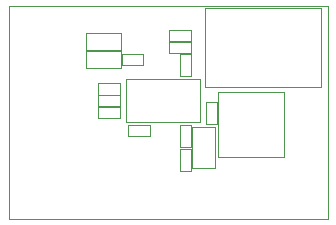
<source format=gbr>
G04 #@! TF.GenerationSoftware,KiCad,Pcbnew,8.0.3*
G04 #@! TF.CreationDate,2024-08-02T19:57:07+02:00*
G04 #@! TF.ProjectId,powermod,706f7765-726d-46f6-942e-6b696361645f,rev?*
G04 #@! TF.SameCoordinates,PXf42400PY2719c40*
G04 #@! TF.FileFunction,Other,User*
%FSLAX46Y46*%
G04 Gerber Fmt 4.6, Leading zero omitted, Abs format (unit mm)*
G04 Created by KiCad (PCBNEW 8.0.3) date 2024-08-02 19:57:07*
%MOMM*%
%LPD*%
G01*
G04 APERTURE LIST*
%ADD10C,0.050000*%
G04 #@! TA.AperFunction,Profile*
%ADD11C,0.120000*%
G04 #@! TD*
G04 APERTURE END LIST*
D10*
X6520000Y-1770000D02*
X9480000Y-1770000D01*
X6520000Y-3230000D02*
X6520000Y-1770000D01*
X9480000Y-1770000D02*
X9480000Y-3230000D01*
X9480000Y-3230000D02*
X6520000Y-3230000D01*
X9920000Y-4170000D02*
X9920000Y-7770000D01*
X9920000Y-7770000D02*
X16160000Y-7770000D01*
X16160000Y-4170000D02*
X9920000Y-4170000D01*
X16160000Y-7770000D02*
X16160000Y-4170000D01*
X15470000Y-2070000D02*
X15470000Y-3930000D01*
X14530000Y-2070000D02*
X15470000Y-2070000D01*
X15470000Y-3930000D02*
X14530000Y-3930000D01*
X14530000Y-3930000D02*
X14530000Y-2070000D01*
X11930000Y-8970000D02*
X10070000Y-8970000D01*
X11930000Y-8030000D02*
X11930000Y-8970000D01*
X10070000Y-8970000D02*
X10070000Y-8030000D01*
X10070000Y-8030000D02*
X11930000Y-8030000D01*
X9420000Y-5470000D02*
X7560000Y-5470000D01*
X9420000Y-4530000D02*
X9420000Y-5470000D01*
X7560000Y-5470000D02*
X7560000Y-4530000D01*
X7560000Y-4530000D02*
X9420000Y-4530000D01*
X9430000Y-7470000D02*
X7570000Y-7470000D01*
X9430000Y-6530000D02*
X9430000Y-7470000D01*
X7570000Y-7470000D02*
X7570000Y-6530000D01*
X7570000Y-6530000D02*
X9430000Y-6530000D01*
X7570000Y-5530000D02*
X9430000Y-5530000D01*
X7570000Y-6470000D02*
X7570000Y-5530000D01*
X9430000Y-5530000D02*
X9430000Y-6470000D01*
X9430000Y-6470000D02*
X7570000Y-6470000D01*
X14530000Y-9930000D02*
X14530000Y-8070000D01*
X15470000Y-9930000D02*
X14530000Y-9930000D01*
X14530000Y-8070000D02*
X15470000Y-8070000D01*
X15470000Y-8070000D02*
X15470000Y-9930000D01*
X14530000Y-11930000D02*
X14530000Y-10070000D01*
X15470000Y-11930000D02*
X14530000Y-11930000D01*
X14530000Y-10070000D02*
X15470000Y-10070000D01*
X15470000Y-10070000D02*
X15470000Y-11930000D01*
X17700000Y-5250000D02*
X17700000Y-10750000D01*
X17700000Y-10750000D02*
X23300000Y-10750000D01*
X23300000Y-5250000D02*
X17700000Y-5250000D01*
X23300000Y-10750000D02*
X23300000Y-5250000D01*
X16600000Y1850000D02*
X26400000Y1850000D01*
X16600000Y-4850000D02*
X16600000Y1850000D01*
X26400000Y1850000D02*
X26400000Y-4850000D01*
X26400000Y-4850000D02*
X16600000Y-4850000D01*
X16744121Y-7925657D02*
X16744121Y-6105657D01*
X17664121Y-7925657D02*
X16744121Y-7925657D01*
X16744121Y-6105657D02*
X17664121Y-6105657D01*
X17664121Y-6105657D02*
X17664121Y-7925657D01*
X13590000Y-1040000D02*
X15410000Y-1040000D01*
X13590000Y-1960000D02*
X13590000Y-1040000D01*
X15410000Y-1040000D02*
X15410000Y-1960000D01*
X15410000Y-1960000D02*
X13590000Y-1960000D01*
X9590000Y-2040000D02*
X11410000Y-2040000D01*
X9590000Y-2960000D02*
X9590000Y-2040000D01*
X11410000Y-2040000D02*
X11410000Y-2960000D01*
X11410000Y-2960000D02*
X9590000Y-2960000D01*
X15520000Y-11650000D02*
X15520000Y-8250000D01*
X17480000Y-11650000D02*
X15520000Y-11650000D01*
X15520000Y-8250000D02*
X17480000Y-8250000D01*
X17480000Y-8250000D02*
X17480000Y-11650000D01*
X15410000Y-960000D02*
X13590000Y-960000D01*
X15410000Y-40000D02*
X15410000Y-960000D01*
X13590000Y-960000D02*
X13590000Y-40000D01*
X13590000Y-40000D02*
X15410000Y-40000D01*
X6520000Y-270000D02*
X9480000Y-270000D01*
X6520000Y-1730000D02*
X6520000Y-270000D01*
X9480000Y-270000D02*
X9480000Y-1730000D01*
X9480000Y-1730000D02*
X6520000Y-1730000D01*
D11*
X0Y-16000000D02*
X27000000Y-16000000D01*
X27000000Y2000000D02*
X0Y2000000D01*
X27000000Y-16000000D02*
X27000000Y2000000D01*
X0Y2000000D02*
X0Y-16000000D01*
M02*

</source>
